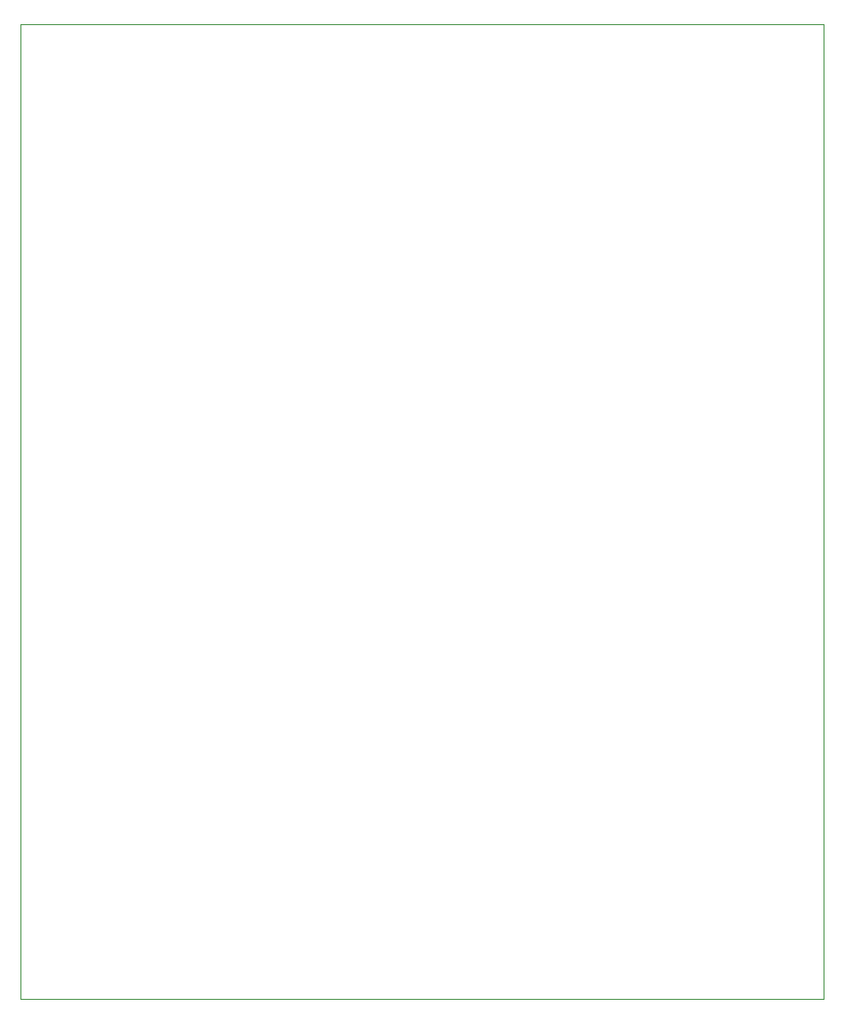
<source format=gbr>
%TF.GenerationSoftware,KiCad,Pcbnew,(6.0.2)*%
%TF.CreationDate,2022-02-22T00:14:35+01:00*%
%TF.ProjectId,fondo,666f6e64-6f2e-46b6-9963-61645f706362,rev?*%
%TF.SameCoordinates,Original*%
%TF.FileFunction,Profile,NP*%
%FSLAX46Y46*%
G04 Gerber Fmt 4.6, Leading zero omitted, Abs format (unit mm)*
G04 Created by KiCad (PCBNEW (6.0.2)) date 2022-02-22 00:14:35*
%MOMM*%
%LPD*%
G01*
G04 APERTURE LIST*
%TA.AperFunction,Profile*%
%ADD10C,0.100000*%
%TD*%
G04 APERTURE END LIST*
D10*
X107795000Y-49388361D02*
X180955000Y-49388361D01*
X180955000Y-49388361D02*
X180955000Y-138118361D01*
X180955000Y-138118361D02*
X107795000Y-138118361D01*
X107795000Y-138118361D02*
X107795000Y-49388361D01*
M02*

</source>
